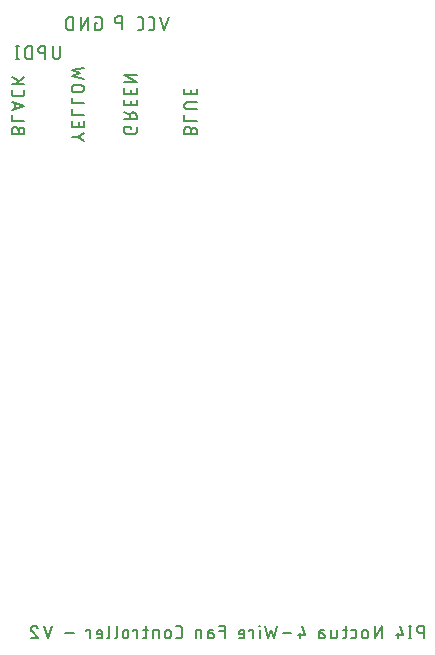
<source format=gbr>
G04 EAGLE Gerber RS-274X export*
G75*
%MOMM*%
%FSLAX34Y34*%
%LPD*%
%INSilkscreen Bottom*%
%IPPOS*%
%AMOC8*
5,1,8,0,0,1.08239X$1,22.5*%
G01*
%ADD10C,0.203200*%


D10*
X102172Y551434D02*
X102172Y543729D01*
X102171Y543729D02*
X102169Y543622D01*
X102163Y543515D01*
X102154Y543409D01*
X102140Y543303D01*
X102123Y543197D01*
X102102Y543092D01*
X102077Y542988D01*
X102048Y542885D01*
X102016Y542783D01*
X101980Y542682D01*
X101940Y542583D01*
X101897Y542485D01*
X101850Y542389D01*
X101800Y542294D01*
X101747Y542201D01*
X101690Y542111D01*
X101630Y542022D01*
X101567Y541936D01*
X101501Y541852D01*
X101431Y541770D01*
X101359Y541691D01*
X101284Y541615D01*
X101206Y541541D01*
X101126Y541471D01*
X101043Y541403D01*
X100958Y541338D01*
X100871Y541277D01*
X100781Y541218D01*
X100689Y541163D01*
X100596Y541111D01*
X100500Y541063D01*
X100403Y541018D01*
X100305Y540976D01*
X100205Y540939D01*
X100103Y540904D01*
X100001Y540874D01*
X99897Y540847D01*
X99793Y540824D01*
X99687Y540805D01*
X99581Y540790D01*
X99475Y540778D01*
X99368Y540770D01*
X99261Y540766D01*
X99155Y540766D01*
X99048Y540770D01*
X98941Y540778D01*
X98835Y540790D01*
X98729Y540805D01*
X98623Y540824D01*
X98519Y540847D01*
X98415Y540874D01*
X98313Y540904D01*
X98211Y540939D01*
X98111Y540976D01*
X98013Y541018D01*
X97916Y541063D01*
X97820Y541111D01*
X97726Y541163D01*
X97635Y541218D01*
X97545Y541277D01*
X97458Y541338D01*
X97373Y541403D01*
X97290Y541471D01*
X97210Y541541D01*
X97132Y541615D01*
X97057Y541691D01*
X96985Y541770D01*
X96915Y541852D01*
X96849Y541936D01*
X96786Y542022D01*
X96726Y542111D01*
X96669Y542201D01*
X96616Y542294D01*
X96566Y542389D01*
X96519Y542485D01*
X96476Y542583D01*
X96436Y542682D01*
X96400Y542783D01*
X96368Y542885D01*
X96339Y542988D01*
X96314Y543092D01*
X96293Y543197D01*
X96276Y543303D01*
X96262Y543409D01*
X96253Y543515D01*
X96247Y543622D01*
X96245Y543729D01*
X96245Y551434D01*
X89726Y551434D02*
X89726Y540766D01*
X89726Y551434D02*
X86762Y551434D01*
X86655Y551432D01*
X86548Y551426D01*
X86442Y551417D01*
X86336Y551403D01*
X86230Y551386D01*
X86125Y551365D01*
X86021Y551340D01*
X85918Y551311D01*
X85816Y551279D01*
X85715Y551243D01*
X85616Y551203D01*
X85518Y551160D01*
X85422Y551113D01*
X85327Y551063D01*
X85234Y551010D01*
X85144Y550953D01*
X85055Y550893D01*
X84969Y550830D01*
X84885Y550764D01*
X84803Y550694D01*
X84724Y550622D01*
X84648Y550547D01*
X84574Y550469D01*
X84504Y550389D01*
X84436Y550306D01*
X84371Y550221D01*
X84310Y550134D01*
X84251Y550044D01*
X84196Y549953D01*
X84144Y549859D01*
X84096Y549763D01*
X84051Y549666D01*
X84009Y549568D01*
X83972Y549468D01*
X83937Y549366D01*
X83907Y549264D01*
X83880Y549160D01*
X83857Y549056D01*
X83838Y548950D01*
X83823Y548844D01*
X83811Y548738D01*
X83803Y548631D01*
X83799Y548524D01*
X83799Y548418D01*
X83803Y548311D01*
X83811Y548204D01*
X83823Y548098D01*
X83838Y547992D01*
X83857Y547886D01*
X83880Y547782D01*
X83907Y547678D01*
X83937Y547576D01*
X83972Y547474D01*
X84009Y547374D01*
X84051Y547276D01*
X84096Y547179D01*
X84144Y547083D01*
X84196Y546990D01*
X84251Y546898D01*
X84310Y546808D01*
X84371Y546721D01*
X84436Y546636D01*
X84504Y546553D01*
X84574Y546473D01*
X84648Y546395D01*
X84724Y546320D01*
X84803Y546248D01*
X84885Y546178D01*
X84969Y546112D01*
X85055Y546049D01*
X85144Y545989D01*
X85234Y545932D01*
X85327Y545879D01*
X85422Y545829D01*
X85518Y545782D01*
X85616Y545739D01*
X85715Y545699D01*
X85816Y545663D01*
X85918Y545631D01*
X86021Y545602D01*
X86125Y545577D01*
X86230Y545556D01*
X86336Y545539D01*
X86442Y545525D01*
X86548Y545516D01*
X86655Y545510D01*
X86762Y545508D01*
X86762Y545507D02*
X89726Y545507D01*
X78550Y540766D02*
X78550Y551434D01*
X75586Y551434D01*
X75478Y551432D01*
X75370Y551426D01*
X75262Y551416D01*
X75155Y551402D01*
X75048Y551385D01*
X74942Y551363D01*
X74837Y551338D01*
X74732Y551308D01*
X74629Y551275D01*
X74528Y551238D01*
X74427Y551198D01*
X74328Y551154D01*
X74231Y551106D01*
X74136Y551055D01*
X74042Y551000D01*
X73951Y550942D01*
X73862Y550881D01*
X73775Y550816D01*
X73691Y550749D01*
X73609Y550678D01*
X73529Y550604D01*
X73453Y550528D01*
X73379Y550448D01*
X73309Y550366D01*
X73241Y550282D01*
X73176Y550195D01*
X73115Y550106D01*
X73057Y550015D01*
X73002Y549921D01*
X72951Y549826D01*
X72903Y549729D01*
X72859Y549630D01*
X72819Y549529D01*
X72782Y549428D01*
X72749Y549325D01*
X72719Y549220D01*
X72694Y549115D01*
X72672Y549009D01*
X72655Y548902D01*
X72641Y548795D01*
X72631Y548687D01*
X72625Y548579D01*
X72623Y548471D01*
X72623Y543729D01*
X72625Y543623D01*
X72631Y543518D01*
X72640Y543412D01*
X72653Y543307D01*
X72670Y543203D01*
X72691Y543099D01*
X72715Y542996D01*
X72743Y542894D01*
X72775Y542793D01*
X72810Y542694D01*
X72849Y542595D01*
X72891Y542498D01*
X72936Y542403D01*
X72985Y542309D01*
X73038Y542217D01*
X73093Y542127D01*
X73152Y542039D01*
X73214Y541953D01*
X73279Y541870D01*
X73347Y541789D01*
X73417Y541710D01*
X73491Y541634D01*
X73567Y541560D01*
X73646Y541490D01*
X73727Y541422D01*
X73810Y541357D01*
X73896Y541295D01*
X73984Y541236D01*
X74074Y541181D01*
X74166Y541128D01*
X74260Y541079D01*
X74355Y541034D01*
X74452Y540992D01*
X74551Y540953D01*
X74650Y540918D01*
X74751Y540886D01*
X74853Y540858D01*
X74956Y540834D01*
X75060Y540813D01*
X75164Y540796D01*
X75269Y540783D01*
X75375Y540774D01*
X75480Y540768D01*
X75586Y540766D01*
X78550Y540766D01*
X66061Y540766D02*
X66061Y551434D01*
X67247Y540766D02*
X64876Y540766D01*
X64876Y551434D02*
X67247Y551434D01*
X131964Y571299D02*
X133742Y571299D01*
X131964Y571299D02*
X131964Y565372D01*
X135520Y565372D01*
X135615Y565374D01*
X135711Y565380D01*
X135806Y565389D01*
X135900Y565403D01*
X135994Y565420D01*
X136087Y565441D01*
X136180Y565466D01*
X136271Y565494D01*
X136361Y565526D01*
X136449Y565562D01*
X136536Y565601D01*
X136622Y565644D01*
X136706Y565690D01*
X136787Y565739D01*
X136867Y565792D01*
X136944Y565848D01*
X137020Y565906D01*
X137092Y565968D01*
X137162Y566033D01*
X137230Y566101D01*
X137295Y566171D01*
X137357Y566243D01*
X137415Y566319D01*
X137471Y566396D01*
X137524Y566476D01*
X137573Y566558D01*
X137619Y566641D01*
X137662Y566727D01*
X137701Y566814D01*
X137737Y566902D01*
X137769Y566992D01*
X137797Y567083D01*
X137822Y567176D01*
X137843Y567269D01*
X137860Y567363D01*
X137874Y567457D01*
X137883Y567552D01*
X137889Y567648D01*
X137891Y567743D01*
X137890Y567743D02*
X137890Y573670D01*
X137891Y573670D02*
X137889Y573765D01*
X137883Y573861D01*
X137874Y573956D01*
X137860Y574050D01*
X137843Y574144D01*
X137822Y574237D01*
X137797Y574330D01*
X137769Y574421D01*
X137737Y574511D01*
X137701Y574599D01*
X137662Y574686D01*
X137619Y574772D01*
X137573Y574855D01*
X137524Y574937D01*
X137471Y575017D01*
X137415Y575094D01*
X137357Y575170D01*
X137295Y575242D01*
X137230Y575312D01*
X137162Y575380D01*
X137092Y575445D01*
X137020Y575507D01*
X136944Y575565D01*
X136867Y575621D01*
X136787Y575674D01*
X136706Y575723D01*
X136622Y575769D01*
X136536Y575812D01*
X136449Y575851D01*
X136361Y575887D01*
X136271Y575919D01*
X136180Y575947D01*
X136087Y575972D01*
X135994Y575993D01*
X135900Y576010D01*
X135806Y576024D01*
X135711Y576033D01*
X135616Y576039D01*
X135520Y576041D01*
X135520Y576040D02*
X131964Y576040D01*
X125698Y576040D02*
X125698Y565372D01*
X119772Y565372D02*
X125698Y576040D01*
X119772Y576040D02*
X119772Y565372D01*
X113506Y565372D02*
X113506Y576040D01*
X110543Y576040D01*
X110435Y576038D01*
X110327Y576032D01*
X110219Y576022D01*
X110112Y576008D01*
X110005Y575991D01*
X109899Y575969D01*
X109794Y575944D01*
X109689Y575914D01*
X109586Y575881D01*
X109485Y575844D01*
X109384Y575804D01*
X109285Y575760D01*
X109188Y575712D01*
X109093Y575661D01*
X108999Y575606D01*
X108908Y575548D01*
X108819Y575487D01*
X108732Y575422D01*
X108648Y575355D01*
X108566Y575284D01*
X108486Y575210D01*
X108410Y575134D01*
X108336Y575054D01*
X108266Y574972D01*
X108198Y574888D01*
X108133Y574801D01*
X108072Y574712D01*
X108014Y574621D01*
X107959Y574527D01*
X107908Y574432D01*
X107860Y574335D01*
X107816Y574236D01*
X107776Y574135D01*
X107739Y574034D01*
X107706Y573931D01*
X107676Y573826D01*
X107651Y573721D01*
X107629Y573615D01*
X107612Y573508D01*
X107598Y573401D01*
X107588Y573293D01*
X107582Y573185D01*
X107580Y573077D01*
X107580Y568336D01*
X107582Y568230D01*
X107588Y568125D01*
X107597Y568019D01*
X107610Y567914D01*
X107627Y567810D01*
X107648Y567706D01*
X107672Y567603D01*
X107700Y567501D01*
X107732Y567400D01*
X107767Y567301D01*
X107806Y567202D01*
X107848Y567105D01*
X107893Y567010D01*
X107942Y566916D01*
X107995Y566824D01*
X108050Y566734D01*
X108109Y566646D01*
X108171Y566560D01*
X108236Y566477D01*
X108304Y566396D01*
X108374Y566317D01*
X108448Y566241D01*
X108524Y566167D01*
X108603Y566097D01*
X108684Y566029D01*
X108767Y565964D01*
X108853Y565902D01*
X108941Y565843D01*
X109031Y565788D01*
X109123Y565735D01*
X109217Y565686D01*
X109312Y565641D01*
X109409Y565599D01*
X109508Y565560D01*
X109607Y565525D01*
X109708Y565493D01*
X109810Y565465D01*
X109913Y565441D01*
X110017Y565420D01*
X110121Y565403D01*
X110226Y565390D01*
X110332Y565381D01*
X110437Y565375D01*
X110543Y565373D01*
X110543Y565372D02*
X113506Y565372D01*
X154559Y566166D02*
X154559Y576834D01*
X151596Y576834D01*
X151489Y576832D01*
X151382Y576826D01*
X151276Y576817D01*
X151170Y576803D01*
X151064Y576786D01*
X150959Y576765D01*
X150855Y576740D01*
X150752Y576711D01*
X150650Y576679D01*
X150549Y576643D01*
X150450Y576603D01*
X150352Y576560D01*
X150256Y576513D01*
X150161Y576463D01*
X150068Y576410D01*
X149978Y576353D01*
X149889Y576293D01*
X149803Y576230D01*
X149719Y576164D01*
X149637Y576094D01*
X149558Y576022D01*
X149482Y575947D01*
X149408Y575869D01*
X149338Y575789D01*
X149270Y575706D01*
X149205Y575621D01*
X149144Y575534D01*
X149085Y575444D01*
X149030Y575353D01*
X148978Y575259D01*
X148930Y575163D01*
X148885Y575066D01*
X148843Y574968D01*
X148806Y574868D01*
X148771Y574766D01*
X148741Y574664D01*
X148714Y574560D01*
X148691Y574456D01*
X148672Y574350D01*
X148657Y574244D01*
X148645Y574138D01*
X148637Y574031D01*
X148633Y573924D01*
X148633Y573818D01*
X148637Y573711D01*
X148645Y573604D01*
X148657Y573498D01*
X148672Y573392D01*
X148691Y573286D01*
X148714Y573182D01*
X148741Y573078D01*
X148771Y572976D01*
X148806Y572874D01*
X148843Y572774D01*
X148885Y572676D01*
X148930Y572579D01*
X148978Y572483D01*
X149030Y572390D01*
X149085Y572298D01*
X149144Y572208D01*
X149205Y572121D01*
X149270Y572036D01*
X149338Y571953D01*
X149408Y571873D01*
X149482Y571795D01*
X149558Y571720D01*
X149637Y571648D01*
X149719Y571578D01*
X149803Y571512D01*
X149889Y571449D01*
X149978Y571389D01*
X150068Y571332D01*
X150161Y571279D01*
X150256Y571229D01*
X150352Y571182D01*
X150450Y571139D01*
X150549Y571099D01*
X150650Y571063D01*
X150752Y571031D01*
X150855Y571002D01*
X150959Y570977D01*
X151064Y570956D01*
X151170Y570939D01*
X151276Y570925D01*
X151382Y570916D01*
X151489Y570910D01*
X151596Y570908D01*
X151596Y570907D02*
X154559Y570907D01*
X190691Y565372D02*
X194247Y576040D01*
X187135Y576040D02*
X190691Y565372D01*
X179903Y565372D02*
X177532Y565372D01*
X179903Y565372D02*
X179998Y565374D01*
X180094Y565380D01*
X180189Y565389D01*
X180283Y565403D01*
X180377Y565420D01*
X180470Y565441D01*
X180563Y565466D01*
X180654Y565494D01*
X180744Y565526D01*
X180832Y565562D01*
X180919Y565601D01*
X181005Y565644D01*
X181089Y565690D01*
X181170Y565739D01*
X181250Y565792D01*
X181327Y565848D01*
X181403Y565906D01*
X181475Y565968D01*
X181545Y566033D01*
X181613Y566101D01*
X181678Y566171D01*
X181740Y566243D01*
X181798Y566319D01*
X181854Y566396D01*
X181907Y566476D01*
X181956Y566558D01*
X182002Y566641D01*
X182045Y566727D01*
X182084Y566814D01*
X182120Y566902D01*
X182152Y566992D01*
X182180Y567083D01*
X182205Y567176D01*
X182226Y567269D01*
X182243Y567363D01*
X182257Y567457D01*
X182266Y567552D01*
X182272Y567648D01*
X182274Y567743D01*
X182274Y573670D01*
X182272Y573765D01*
X182266Y573861D01*
X182257Y573956D01*
X182243Y574050D01*
X182226Y574144D01*
X182205Y574237D01*
X182180Y574330D01*
X182152Y574421D01*
X182120Y574511D01*
X182084Y574599D01*
X182045Y574686D01*
X182002Y574772D01*
X181956Y574855D01*
X181907Y574937D01*
X181854Y575017D01*
X181798Y575094D01*
X181740Y575170D01*
X181678Y575242D01*
X181613Y575312D01*
X181545Y575380D01*
X181475Y575445D01*
X181403Y575507D01*
X181327Y575565D01*
X181250Y575621D01*
X181170Y575674D01*
X181089Y575723D01*
X181005Y575769D01*
X180919Y575812D01*
X180832Y575851D01*
X180744Y575887D01*
X180654Y575919D01*
X180563Y575947D01*
X180470Y575972D01*
X180377Y575993D01*
X180283Y576010D01*
X180189Y576024D01*
X180094Y576033D01*
X179999Y576039D01*
X179903Y576041D01*
X179903Y576040D02*
X177532Y576040D01*
X170378Y565372D02*
X168007Y565372D01*
X170378Y565372D02*
X170473Y565374D01*
X170569Y565380D01*
X170664Y565389D01*
X170758Y565403D01*
X170852Y565420D01*
X170945Y565441D01*
X171038Y565466D01*
X171129Y565494D01*
X171219Y565526D01*
X171307Y565562D01*
X171394Y565601D01*
X171480Y565644D01*
X171564Y565690D01*
X171645Y565739D01*
X171725Y565792D01*
X171802Y565848D01*
X171878Y565906D01*
X171950Y565968D01*
X172020Y566033D01*
X172088Y566101D01*
X172153Y566171D01*
X172215Y566243D01*
X172273Y566319D01*
X172329Y566396D01*
X172382Y566476D01*
X172431Y566558D01*
X172477Y566641D01*
X172520Y566727D01*
X172559Y566814D01*
X172595Y566902D01*
X172627Y566992D01*
X172655Y567083D01*
X172680Y567176D01*
X172701Y567269D01*
X172718Y567363D01*
X172732Y567457D01*
X172741Y567552D01*
X172747Y567648D01*
X172749Y567743D01*
X172749Y573670D01*
X172747Y573765D01*
X172741Y573861D01*
X172732Y573956D01*
X172718Y574050D01*
X172701Y574144D01*
X172680Y574237D01*
X172655Y574330D01*
X172627Y574421D01*
X172595Y574511D01*
X172559Y574599D01*
X172520Y574686D01*
X172477Y574772D01*
X172431Y574855D01*
X172382Y574937D01*
X172329Y575017D01*
X172273Y575094D01*
X172215Y575170D01*
X172153Y575242D01*
X172088Y575312D01*
X172020Y575380D01*
X171950Y575445D01*
X171878Y575507D01*
X171802Y575565D01*
X171725Y575621D01*
X171645Y575674D01*
X171564Y575723D01*
X171480Y575769D01*
X171394Y575812D01*
X171307Y575851D01*
X171219Y575887D01*
X171129Y575919D01*
X171038Y575947D01*
X170945Y575972D01*
X170852Y575993D01*
X170758Y576010D01*
X170664Y576024D01*
X170569Y576033D01*
X170474Y576039D01*
X170378Y576041D01*
X170378Y576040D02*
X168007Y576040D01*
X410147Y60897D02*
X410147Y50229D01*
X410147Y60897D02*
X407183Y60897D01*
X407183Y60896D02*
X407076Y60894D01*
X406969Y60888D01*
X406863Y60879D01*
X406757Y60865D01*
X406651Y60848D01*
X406546Y60827D01*
X406442Y60802D01*
X406339Y60773D01*
X406237Y60741D01*
X406136Y60705D01*
X406037Y60665D01*
X405939Y60622D01*
X405843Y60575D01*
X405748Y60525D01*
X405655Y60472D01*
X405565Y60415D01*
X405476Y60355D01*
X405390Y60292D01*
X405306Y60226D01*
X405224Y60156D01*
X405145Y60084D01*
X405069Y60009D01*
X404995Y59931D01*
X404925Y59851D01*
X404857Y59768D01*
X404792Y59683D01*
X404731Y59596D01*
X404672Y59506D01*
X404617Y59415D01*
X404565Y59321D01*
X404517Y59225D01*
X404472Y59128D01*
X404430Y59030D01*
X404393Y58930D01*
X404358Y58828D01*
X404328Y58726D01*
X404301Y58622D01*
X404278Y58518D01*
X404259Y58412D01*
X404244Y58306D01*
X404232Y58200D01*
X404224Y58093D01*
X404220Y57986D01*
X404220Y57880D01*
X404224Y57773D01*
X404232Y57666D01*
X404244Y57560D01*
X404259Y57454D01*
X404278Y57348D01*
X404301Y57244D01*
X404328Y57140D01*
X404358Y57038D01*
X404393Y56936D01*
X404430Y56836D01*
X404472Y56738D01*
X404517Y56641D01*
X404565Y56545D01*
X404617Y56452D01*
X404672Y56360D01*
X404731Y56270D01*
X404792Y56183D01*
X404857Y56098D01*
X404925Y56015D01*
X404995Y55935D01*
X405069Y55857D01*
X405145Y55782D01*
X405224Y55710D01*
X405306Y55640D01*
X405390Y55574D01*
X405476Y55511D01*
X405565Y55451D01*
X405655Y55394D01*
X405748Y55341D01*
X405843Y55291D01*
X405939Y55244D01*
X406037Y55201D01*
X406136Y55161D01*
X406237Y55125D01*
X406339Y55093D01*
X406442Y55064D01*
X406546Y55039D01*
X406651Y55018D01*
X406757Y55001D01*
X406863Y54987D01*
X406969Y54978D01*
X407076Y54972D01*
X407183Y54970D01*
X410147Y54970D01*
X398674Y50229D02*
X398674Y60897D01*
X399860Y50229D02*
X397489Y50229D01*
X397489Y60897D02*
X399860Y60897D01*
X390123Y60897D02*
X392494Y52599D01*
X386567Y52599D01*
X388345Y50229D02*
X388345Y54970D01*
X374587Y50229D02*
X374587Y60897D01*
X368660Y50229D01*
X368660Y60897D01*
X362945Y54970D02*
X362945Y52599D01*
X362945Y54970D02*
X362943Y55067D01*
X362937Y55163D01*
X362927Y55259D01*
X362913Y55355D01*
X362896Y55450D01*
X362874Y55545D01*
X362849Y55638D01*
X362820Y55730D01*
X362787Y55821D01*
X362750Y55911D01*
X362710Y55999D01*
X362666Y56085D01*
X362619Y56169D01*
X362569Y56252D01*
X362515Y56332D01*
X362457Y56410D01*
X362397Y56486D01*
X362334Y56559D01*
X362268Y56629D01*
X362198Y56697D01*
X362127Y56762D01*
X362052Y56824D01*
X361975Y56882D01*
X361896Y56938D01*
X361815Y56990D01*
X361731Y57039D01*
X361646Y57085D01*
X361559Y57127D01*
X361470Y57165D01*
X361380Y57200D01*
X361288Y57231D01*
X361195Y57258D01*
X361102Y57282D01*
X361007Y57301D01*
X360911Y57317D01*
X360815Y57329D01*
X360719Y57337D01*
X360622Y57341D01*
X360526Y57341D01*
X360429Y57337D01*
X360333Y57329D01*
X360237Y57317D01*
X360141Y57301D01*
X360046Y57282D01*
X359953Y57258D01*
X359860Y57231D01*
X359768Y57200D01*
X359678Y57165D01*
X359589Y57127D01*
X359502Y57085D01*
X359417Y57039D01*
X359333Y56990D01*
X359252Y56938D01*
X359173Y56882D01*
X359096Y56824D01*
X359021Y56762D01*
X358950Y56697D01*
X358880Y56629D01*
X358814Y56559D01*
X358751Y56486D01*
X358691Y56410D01*
X358633Y56332D01*
X358579Y56252D01*
X358529Y56169D01*
X358482Y56085D01*
X358438Y55999D01*
X358398Y55911D01*
X358361Y55821D01*
X358328Y55730D01*
X358299Y55638D01*
X358274Y55545D01*
X358252Y55450D01*
X358235Y55355D01*
X358221Y55259D01*
X358211Y55163D01*
X358205Y55067D01*
X358203Y54970D01*
X358204Y54970D02*
X358204Y52599D01*
X358203Y52599D02*
X358205Y52502D01*
X358211Y52406D01*
X358221Y52310D01*
X358235Y52214D01*
X358252Y52119D01*
X358274Y52024D01*
X358299Y51931D01*
X358328Y51839D01*
X358361Y51748D01*
X358398Y51658D01*
X358438Y51570D01*
X358482Y51484D01*
X358529Y51400D01*
X358579Y51317D01*
X358633Y51237D01*
X358691Y51159D01*
X358751Y51083D01*
X358814Y51010D01*
X358880Y50940D01*
X358950Y50872D01*
X359021Y50807D01*
X359096Y50745D01*
X359173Y50687D01*
X359252Y50631D01*
X359333Y50579D01*
X359417Y50530D01*
X359502Y50484D01*
X359589Y50442D01*
X359678Y50404D01*
X359768Y50369D01*
X359860Y50338D01*
X359953Y50311D01*
X360046Y50287D01*
X360141Y50268D01*
X360237Y50252D01*
X360333Y50240D01*
X360429Y50232D01*
X360526Y50228D01*
X360622Y50228D01*
X360719Y50232D01*
X360815Y50240D01*
X360911Y50252D01*
X361007Y50268D01*
X361102Y50287D01*
X361195Y50311D01*
X361288Y50338D01*
X361380Y50369D01*
X361470Y50404D01*
X361559Y50442D01*
X361646Y50484D01*
X361731Y50530D01*
X361815Y50579D01*
X361896Y50631D01*
X361975Y50687D01*
X362052Y50745D01*
X362127Y50807D01*
X362198Y50872D01*
X362268Y50940D01*
X362334Y51010D01*
X362397Y51083D01*
X362457Y51159D01*
X362515Y51237D01*
X362569Y51317D01*
X362619Y51400D01*
X362666Y51484D01*
X362710Y51570D01*
X362750Y51658D01*
X362787Y51748D01*
X362820Y51839D01*
X362849Y51931D01*
X362874Y52024D01*
X362896Y52119D01*
X362913Y52214D01*
X362927Y52310D01*
X362937Y52406D01*
X362943Y52502D01*
X362945Y52599D01*
X351241Y50229D02*
X348870Y50229D01*
X351241Y50229D02*
X351323Y50231D01*
X351405Y50237D01*
X351487Y50246D01*
X351568Y50259D01*
X351648Y50276D01*
X351728Y50297D01*
X351806Y50321D01*
X351883Y50349D01*
X351959Y50380D01*
X352034Y50415D01*
X352106Y50454D01*
X352177Y50495D01*
X352246Y50540D01*
X352312Y50588D01*
X352377Y50639D01*
X352439Y50693D01*
X352498Y50750D01*
X352555Y50809D01*
X352609Y50871D01*
X352660Y50936D01*
X352708Y51002D01*
X352753Y51071D01*
X352794Y51142D01*
X352833Y51214D01*
X352868Y51289D01*
X352899Y51365D01*
X352927Y51442D01*
X352951Y51520D01*
X352972Y51600D01*
X352989Y51680D01*
X353002Y51761D01*
X353011Y51843D01*
X353017Y51925D01*
X353019Y52007D01*
X353019Y55563D01*
X353017Y55645D01*
X353011Y55727D01*
X353002Y55809D01*
X352989Y55890D01*
X352972Y55970D01*
X352951Y56050D01*
X352927Y56128D01*
X352899Y56205D01*
X352868Y56281D01*
X352833Y56356D01*
X352794Y56428D01*
X352753Y56499D01*
X352708Y56568D01*
X352660Y56634D01*
X352609Y56699D01*
X352555Y56761D01*
X352498Y56820D01*
X352439Y56877D01*
X352377Y56931D01*
X352312Y56982D01*
X352246Y57030D01*
X352177Y57075D01*
X352106Y57116D01*
X352034Y57155D01*
X351959Y57190D01*
X351883Y57221D01*
X351806Y57249D01*
X351728Y57273D01*
X351648Y57294D01*
X351568Y57311D01*
X351487Y57324D01*
X351405Y57333D01*
X351323Y57339D01*
X351241Y57341D01*
X348870Y57341D01*
X345346Y57341D02*
X341790Y57341D01*
X344161Y60897D02*
X344161Y52007D01*
X344159Y51925D01*
X344153Y51843D01*
X344144Y51761D01*
X344131Y51680D01*
X344114Y51600D01*
X344093Y51520D01*
X344069Y51442D01*
X344041Y51365D01*
X344010Y51289D01*
X343975Y51214D01*
X343936Y51142D01*
X343895Y51071D01*
X343850Y51002D01*
X343802Y50936D01*
X343751Y50871D01*
X343697Y50809D01*
X343640Y50750D01*
X343581Y50693D01*
X343519Y50639D01*
X343454Y50588D01*
X343388Y50540D01*
X343319Y50495D01*
X343248Y50454D01*
X343176Y50415D01*
X343101Y50380D01*
X343025Y50349D01*
X342948Y50321D01*
X342870Y50297D01*
X342790Y50276D01*
X342710Y50259D01*
X342629Y50246D01*
X342547Y50237D01*
X342465Y50231D01*
X342383Y50229D01*
X341790Y50229D01*
X336656Y52007D02*
X336656Y57341D01*
X336656Y52007D02*
X336654Y51925D01*
X336648Y51843D01*
X336639Y51761D01*
X336626Y51680D01*
X336609Y51600D01*
X336588Y51520D01*
X336564Y51442D01*
X336536Y51365D01*
X336505Y51289D01*
X336470Y51214D01*
X336431Y51142D01*
X336390Y51071D01*
X336345Y51002D01*
X336297Y50936D01*
X336246Y50871D01*
X336192Y50809D01*
X336135Y50750D01*
X336076Y50693D01*
X336014Y50639D01*
X335949Y50588D01*
X335883Y50540D01*
X335814Y50495D01*
X335743Y50454D01*
X335671Y50415D01*
X335596Y50380D01*
X335520Y50349D01*
X335443Y50321D01*
X335365Y50297D01*
X335285Y50276D01*
X335205Y50259D01*
X335124Y50246D01*
X335042Y50237D01*
X334960Y50231D01*
X334878Y50229D01*
X331915Y50229D01*
X331915Y57341D01*
X324383Y54377D02*
X321716Y54377D01*
X324383Y54377D02*
X324472Y54375D01*
X324561Y54369D01*
X324650Y54360D01*
X324738Y54346D01*
X324826Y54329D01*
X324913Y54308D01*
X324998Y54284D01*
X325083Y54255D01*
X325166Y54223D01*
X325248Y54188D01*
X325329Y54149D01*
X325407Y54107D01*
X325484Y54061D01*
X325558Y54012D01*
X325631Y53960D01*
X325701Y53904D01*
X325769Y53846D01*
X325834Y53785D01*
X325896Y53721D01*
X325956Y53655D01*
X326012Y53586D01*
X326066Y53515D01*
X326117Y53441D01*
X326164Y53366D01*
X326208Y53288D01*
X326249Y53209D01*
X326286Y53128D01*
X326320Y53045D01*
X326350Y52961D01*
X326376Y52876D01*
X326399Y52789D01*
X326418Y52702D01*
X326434Y52614D01*
X326445Y52526D01*
X326453Y52437D01*
X326457Y52348D01*
X326457Y52258D01*
X326453Y52169D01*
X326445Y52080D01*
X326434Y51992D01*
X326418Y51904D01*
X326399Y51817D01*
X326376Y51730D01*
X326350Y51645D01*
X326320Y51561D01*
X326286Y51478D01*
X326249Y51397D01*
X326208Y51318D01*
X326164Y51240D01*
X326117Y51165D01*
X326066Y51091D01*
X326012Y51020D01*
X325956Y50951D01*
X325896Y50885D01*
X325834Y50821D01*
X325769Y50760D01*
X325701Y50702D01*
X325631Y50646D01*
X325558Y50594D01*
X325484Y50545D01*
X325407Y50499D01*
X325329Y50457D01*
X325248Y50418D01*
X325166Y50383D01*
X325083Y50351D01*
X324998Y50322D01*
X324913Y50298D01*
X324826Y50277D01*
X324738Y50260D01*
X324650Y50246D01*
X324561Y50237D01*
X324472Y50231D01*
X324383Y50229D01*
X321716Y50229D01*
X321716Y55563D01*
X321718Y55645D01*
X321724Y55727D01*
X321733Y55809D01*
X321746Y55890D01*
X321763Y55970D01*
X321784Y56050D01*
X321808Y56128D01*
X321836Y56205D01*
X321867Y56281D01*
X321902Y56356D01*
X321941Y56428D01*
X321982Y56499D01*
X322027Y56568D01*
X322075Y56634D01*
X322126Y56699D01*
X322180Y56761D01*
X322237Y56820D01*
X322296Y56877D01*
X322358Y56931D01*
X322423Y56982D01*
X322489Y57030D01*
X322558Y57075D01*
X322629Y57116D01*
X322701Y57155D01*
X322776Y57190D01*
X322852Y57221D01*
X322929Y57249D01*
X323007Y57273D01*
X323087Y57294D01*
X323167Y57311D01*
X323248Y57324D01*
X323330Y57333D01*
X323412Y57339D01*
X323494Y57341D01*
X325865Y57341D01*
X309817Y52599D02*
X307446Y60897D01*
X309817Y52599D02*
X303890Y52599D01*
X305668Y50229D02*
X305668Y54970D01*
X298217Y54377D02*
X291105Y54377D01*
X285687Y60897D02*
X283316Y50229D01*
X280945Y57341D01*
X278575Y50229D01*
X276204Y60897D01*
X271420Y57341D02*
X271420Y50229D01*
X271717Y60304D02*
X271717Y60897D01*
X271124Y60897D01*
X271124Y60304D01*
X271717Y60304D01*
X266072Y57341D02*
X266072Y50229D01*
X266072Y57341D02*
X262516Y57341D01*
X262516Y56155D01*
X256773Y50229D02*
X253810Y50229D01*
X256773Y50229D02*
X256855Y50231D01*
X256937Y50237D01*
X257019Y50246D01*
X257100Y50259D01*
X257180Y50276D01*
X257260Y50297D01*
X257338Y50321D01*
X257415Y50349D01*
X257491Y50380D01*
X257566Y50415D01*
X257638Y50454D01*
X257709Y50495D01*
X257778Y50540D01*
X257844Y50588D01*
X257909Y50639D01*
X257971Y50693D01*
X258030Y50750D01*
X258087Y50809D01*
X258141Y50871D01*
X258192Y50936D01*
X258240Y51002D01*
X258285Y51071D01*
X258326Y51142D01*
X258365Y51214D01*
X258400Y51289D01*
X258431Y51365D01*
X258459Y51442D01*
X258483Y51520D01*
X258504Y51600D01*
X258521Y51680D01*
X258534Y51761D01*
X258543Y51843D01*
X258549Y51925D01*
X258551Y52007D01*
X258551Y54970D01*
X258552Y54970D02*
X258550Y55067D01*
X258544Y55163D01*
X258534Y55259D01*
X258520Y55355D01*
X258503Y55450D01*
X258481Y55545D01*
X258456Y55638D01*
X258427Y55730D01*
X258394Y55821D01*
X258357Y55911D01*
X258317Y55999D01*
X258273Y56085D01*
X258226Y56169D01*
X258176Y56252D01*
X258122Y56332D01*
X258064Y56410D01*
X258004Y56486D01*
X257941Y56559D01*
X257875Y56629D01*
X257805Y56697D01*
X257734Y56762D01*
X257659Y56824D01*
X257582Y56882D01*
X257503Y56938D01*
X257422Y56990D01*
X257338Y57039D01*
X257253Y57085D01*
X257166Y57127D01*
X257077Y57165D01*
X256987Y57200D01*
X256895Y57231D01*
X256802Y57258D01*
X256709Y57282D01*
X256614Y57301D01*
X256518Y57317D01*
X256422Y57329D01*
X256326Y57337D01*
X256229Y57341D01*
X256133Y57341D01*
X256036Y57337D01*
X255940Y57329D01*
X255844Y57317D01*
X255748Y57301D01*
X255653Y57282D01*
X255560Y57258D01*
X255467Y57231D01*
X255375Y57200D01*
X255285Y57165D01*
X255196Y57127D01*
X255109Y57085D01*
X255024Y57039D01*
X254940Y56990D01*
X254859Y56938D01*
X254780Y56882D01*
X254703Y56824D01*
X254628Y56762D01*
X254557Y56697D01*
X254487Y56629D01*
X254421Y56559D01*
X254358Y56486D01*
X254298Y56410D01*
X254240Y56332D01*
X254186Y56252D01*
X254136Y56169D01*
X254089Y56085D01*
X254045Y55999D01*
X254005Y55911D01*
X253968Y55821D01*
X253935Y55730D01*
X253906Y55638D01*
X253881Y55545D01*
X253859Y55450D01*
X253842Y55355D01*
X253828Y55259D01*
X253818Y55163D01*
X253812Y55067D01*
X253810Y54970D01*
X253810Y53785D01*
X258551Y53785D01*
X241965Y50229D02*
X241965Y60897D01*
X237224Y60897D01*
X237224Y56155D02*
X241965Y56155D01*
X230657Y54377D02*
X227990Y54377D01*
X230657Y54377D02*
X230746Y54375D01*
X230835Y54369D01*
X230924Y54360D01*
X231012Y54346D01*
X231100Y54329D01*
X231187Y54308D01*
X231272Y54284D01*
X231357Y54255D01*
X231440Y54223D01*
X231522Y54188D01*
X231603Y54149D01*
X231681Y54107D01*
X231758Y54061D01*
X231832Y54012D01*
X231905Y53960D01*
X231975Y53904D01*
X232043Y53846D01*
X232108Y53785D01*
X232170Y53721D01*
X232230Y53655D01*
X232286Y53586D01*
X232340Y53515D01*
X232391Y53441D01*
X232438Y53366D01*
X232482Y53288D01*
X232523Y53209D01*
X232560Y53128D01*
X232594Y53045D01*
X232624Y52961D01*
X232650Y52876D01*
X232673Y52789D01*
X232692Y52702D01*
X232708Y52614D01*
X232719Y52526D01*
X232727Y52437D01*
X232731Y52348D01*
X232731Y52258D01*
X232727Y52169D01*
X232719Y52080D01*
X232708Y51992D01*
X232692Y51904D01*
X232673Y51817D01*
X232650Y51730D01*
X232624Y51645D01*
X232594Y51561D01*
X232560Y51478D01*
X232523Y51397D01*
X232482Y51318D01*
X232438Y51240D01*
X232391Y51165D01*
X232340Y51091D01*
X232286Y51020D01*
X232230Y50951D01*
X232170Y50885D01*
X232108Y50821D01*
X232043Y50760D01*
X231975Y50702D01*
X231905Y50646D01*
X231832Y50594D01*
X231758Y50545D01*
X231681Y50499D01*
X231603Y50457D01*
X231522Y50418D01*
X231440Y50383D01*
X231357Y50351D01*
X231272Y50322D01*
X231187Y50298D01*
X231100Y50277D01*
X231012Y50260D01*
X230924Y50246D01*
X230835Y50237D01*
X230746Y50231D01*
X230657Y50229D01*
X227990Y50229D01*
X227990Y55563D01*
X227992Y55645D01*
X227998Y55727D01*
X228007Y55809D01*
X228020Y55890D01*
X228037Y55970D01*
X228058Y56050D01*
X228082Y56128D01*
X228110Y56205D01*
X228141Y56281D01*
X228176Y56356D01*
X228215Y56428D01*
X228256Y56499D01*
X228301Y56568D01*
X228349Y56634D01*
X228400Y56699D01*
X228454Y56761D01*
X228511Y56820D01*
X228570Y56877D01*
X228632Y56931D01*
X228697Y56982D01*
X228763Y57030D01*
X228832Y57075D01*
X228903Y57116D01*
X228975Y57155D01*
X229050Y57190D01*
X229126Y57221D01*
X229203Y57249D01*
X229281Y57273D01*
X229361Y57294D01*
X229441Y57311D01*
X229522Y57324D01*
X229604Y57333D01*
X229686Y57339D01*
X229768Y57341D01*
X232139Y57341D01*
X221975Y57341D02*
X221975Y50229D01*
X221975Y57341D02*
X219012Y57341D01*
X218930Y57339D01*
X218848Y57333D01*
X218766Y57324D01*
X218685Y57311D01*
X218605Y57294D01*
X218525Y57273D01*
X218447Y57249D01*
X218370Y57221D01*
X218294Y57190D01*
X218219Y57155D01*
X218147Y57116D01*
X218076Y57075D01*
X218007Y57030D01*
X217941Y56982D01*
X217876Y56931D01*
X217814Y56877D01*
X217755Y56820D01*
X217698Y56761D01*
X217644Y56699D01*
X217593Y56634D01*
X217545Y56568D01*
X217500Y56499D01*
X217459Y56428D01*
X217420Y56356D01*
X217385Y56281D01*
X217354Y56205D01*
X217326Y56128D01*
X217302Y56050D01*
X217281Y55970D01*
X217264Y55890D01*
X217251Y55809D01*
X217242Y55727D01*
X217236Y55645D01*
X217234Y55563D01*
X217234Y50229D01*
X203102Y50229D02*
X200731Y50229D01*
X203102Y50228D02*
X203197Y50230D01*
X203293Y50236D01*
X203388Y50245D01*
X203482Y50259D01*
X203576Y50276D01*
X203669Y50297D01*
X203762Y50322D01*
X203853Y50350D01*
X203943Y50382D01*
X204031Y50418D01*
X204118Y50457D01*
X204204Y50500D01*
X204288Y50546D01*
X204369Y50595D01*
X204449Y50648D01*
X204526Y50704D01*
X204602Y50762D01*
X204674Y50824D01*
X204744Y50889D01*
X204812Y50957D01*
X204877Y51027D01*
X204939Y51099D01*
X204997Y51175D01*
X205053Y51252D01*
X205106Y51332D01*
X205155Y51414D01*
X205201Y51497D01*
X205244Y51583D01*
X205283Y51670D01*
X205319Y51758D01*
X205351Y51848D01*
X205379Y51939D01*
X205404Y52032D01*
X205425Y52125D01*
X205442Y52219D01*
X205456Y52313D01*
X205465Y52408D01*
X205471Y52504D01*
X205473Y52599D01*
X205473Y58526D01*
X205471Y58621D01*
X205465Y58717D01*
X205456Y58812D01*
X205442Y58906D01*
X205425Y59000D01*
X205404Y59093D01*
X205379Y59186D01*
X205351Y59277D01*
X205319Y59367D01*
X205283Y59455D01*
X205244Y59542D01*
X205201Y59628D01*
X205155Y59711D01*
X205106Y59793D01*
X205053Y59873D01*
X204997Y59950D01*
X204939Y60026D01*
X204877Y60098D01*
X204812Y60168D01*
X204744Y60236D01*
X204674Y60301D01*
X204602Y60363D01*
X204526Y60421D01*
X204449Y60477D01*
X204369Y60530D01*
X204288Y60579D01*
X204204Y60625D01*
X204118Y60668D01*
X204031Y60707D01*
X203943Y60743D01*
X203853Y60775D01*
X203762Y60803D01*
X203669Y60828D01*
X203576Y60849D01*
X203482Y60866D01*
X203388Y60880D01*
X203293Y60889D01*
X203198Y60895D01*
X203102Y60897D01*
X200731Y60897D01*
X196067Y54970D02*
X196067Y52599D01*
X196068Y54970D02*
X196066Y55067D01*
X196060Y55163D01*
X196050Y55259D01*
X196036Y55355D01*
X196019Y55450D01*
X195997Y55545D01*
X195972Y55638D01*
X195943Y55730D01*
X195910Y55821D01*
X195873Y55911D01*
X195833Y55999D01*
X195789Y56085D01*
X195742Y56169D01*
X195692Y56252D01*
X195638Y56332D01*
X195580Y56410D01*
X195520Y56486D01*
X195457Y56559D01*
X195391Y56629D01*
X195321Y56697D01*
X195250Y56762D01*
X195175Y56824D01*
X195098Y56882D01*
X195019Y56938D01*
X194938Y56990D01*
X194854Y57039D01*
X194769Y57085D01*
X194682Y57127D01*
X194593Y57165D01*
X194503Y57200D01*
X194411Y57231D01*
X194318Y57258D01*
X194225Y57282D01*
X194130Y57301D01*
X194034Y57317D01*
X193938Y57329D01*
X193842Y57337D01*
X193745Y57341D01*
X193649Y57341D01*
X193552Y57337D01*
X193456Y57329D01*
X193360Y57317D01*
X193264Y57301D01*
X193169Y57282D01*
X193076Y57258D01*
X192983Y57231D01*
X192891Y57200D01*
X192801Y57165D01*
X192712Y57127D01*
X192625Y57085D01*
X192540Y57039D01*
X192456Y56990D01*
X192375Y56938D01*
X192296Y56882D01*
X192219Y56824D01*
X192144Y56762D01*
X192073Y56697D01*
X192003Y56629D01*
X191937Y56559D01*
X191874Y56486D01*
X191814Y56410D01*
X191756Y56332D01*
X191702Y56252D01*
X191652Y56169D01*
X191605Y56085D01*
X191561Y55999D01*
X191521Y55911D01*
X191484Y55821D01*
X191451Y55730D01*
X191422Y55638D01*
X191397Y55545D01*
X191375Y55450D01*
X191358Y55355D01*
X191344Y55259D01*
X191334Y55163D01*
X191328Y55067D01*
X191326Y54970D01*
X191326Y52599D01*
X191328Y52502D01*
X191334Y52406D01*
X191344Y52310D01*
X191358Y52214D01*
X191375Y52119D01*
X191397Y52024D01*
X191422Y51931D01*
X191451Y51839D01*
X191484Y51748D01*
X191521Y51658D01*
X191561Y51570D01*
X191605Y51484D01*
X191652Y51400D01*
X191702Y51317D01*
X191756Y51237D01*
X191814Y51159D01*
X191874Y51083D01*
X191937Y51010D01*
X192003Y50940D01*
X192073Y50872D01*
X192144Y50807D01*
X192219Y50745D01*
X192296Y50687D01*
X192375Y50631D01*
X192456Y50579D01*
X192540Y50530D01*
X192625Y50484D01*
X192712Y50442D01*
X192801Y50404D01*
X192891Y50369D01*
X192983Y50338D01*
X193076Y50311D01*
X193169Y50287D01*
X193264Y50268D01*
X193360Y50252D01*
X193456Y50240D01*
X193552Y50232D01*
X193649Y50228D01*
X193745Y50228D01*
X193842Y50232D01*
X193938Y50240D01*
X194034Y50252D01*
X194130Y50268D01*
X194225Y50287D01*
X194318Y50311D01*
X194411Y50338D01*
X194503Y50369D01*
X194593Y50404D01*
X194682Y50442D01*
X194769Y50484D01*
X194854Y50530D01*
X194938Y50579D01*
X195019Y50631D01*
X195098Y50687D01*
X195175Y50745D01*
X195250Y50807D01*
X195321Y50872D01*
X195391Y50940D01*
X195457Y51010D01*
X195520Y51083D01*
X195580Y51159D01*
X195638Y51237D01*
X195692Y51317D01*
X195742Y51400D01*
X195789Y51484D01*
X195833Y51570D01*
X195873Y51658D01*
X195910Y51748D01*
X195943Y51839D01*
X195972Y51931D01*
X195997Y52024D01*
X196019Y52119D01*
X196036Y52214D01*
X196050Y52310D01*
X196060Y52406D01*
X196066Y52502D01*
X196068Y52599D01*
X185780Y50229D02*
X185780Y57341D01*
X182817Y57341D01*
X182735Y57339D01*
X182653Y57333D01*
X182571Y57324D01*
X182490Y57311D01*
X182410Y57294D01*
X182330Y57273D01*
X182252Y57249D01*
X182175Y57221D01*
X182099Y57190D01*
X182024Y57155D01*
X181952Y57116D01*
X181881Y57075D01*
X181812Y57030D01*
X181746Y56982D01*
X181681Y56931D01*
X181619Y56877D01*
X181560Y56820D01*
X181503Y56761D01*
X181449Y56699D01*
X181398Y56634D01*
X181350Y56568D01*
X181305Y56499D01*
X181264Y56428D01*
X181225Y56356D01*
X181190Y56281D01*
X181159Y56205D01*
X181131Y56128D01*
X181107Y56050D01*
X181086Y55970D01*
X181069Y55890D01*
X181056Y55809D01*
X181047Y55727D01*
X181041Y55645D01*
X181039Y55563D01*
X181039Y50229D01*
X176563Y57341D02*
X173007Y57341D01*
X175378Y60897D02*
X175378Y52007D01*
X175376Y51925D01*
X175370Y51843D01*
X175361Y51761D01*
X175348Y51680D01*
X175331Y51600D01*
X175310Y51520D01*
X175286Y51442D01*
X175258Y51365D01*
X175227Y51289D01*
X175192Y51214D01*
X175153Y51142D01*
X175112Y51071D01*
X175067Y51002D01*
X175019Y50936D01*
X174968Y50871D01*
X174914Y50809D01*
X174857Y50750D01*
X174798Y50693D01*
X174736Y50639D01*
X174671Y50588D01*
X174605Y50540D01*
X174536Y50495D01*
X174465Y50454D01*
X174393Y50415D01*
X174318Y50380D01*
X174242Y50349D01*
X174165Y50321D01*
X174087Y50297D01*
X174007Y50276D01*
X173927Y50259D01*
X173846Y50246D01*
X173764Y50237D01*
X173682Y50231D01*
X173600Y50229D01*
X173007Y50229D01*
X167774Y50229D02*
X167774Y57341D01*
X164218Y57341D01*
X164218Y56155D01*
X160253Y54970D02*
X160253Y52599D01*
X160254Y54970D02*
X160252Y55067D01*
X160246Y55163D01*
X160236Y55259D01*
X160222Y55355D01*
X160205Y55450D01*
X160183Y55545D01*
X160158Y55638D01*
X160129Y55730D01*
X160096Y55821D01*
X160059Y55911D01*
X160019Y55999D01*
X159975Y56085D01*
X159928Y56169D01*
X159878Y56252D01*
X159824Y56332D01*
X159766Y56410D01*
X159706Y56486D01*
X159643Y56559D01*
X159577Y56629D01*
X159507Y56697D01*
X159436Y56762D01*
X159361Y56824D01*
X159284Y56882D01*
X159205Y56938D01*
X159124Y56990D01*
X159040Y57039D01*
X158955Y57085D01*
X158868Y57127D01*
X158779Y57165D01*
X158689Y57200D01*
X158597Y57231D01*
X158504Y57258D01*
X158411Y57282D01*
X158316Y57301D01*
X158220Y57317D01*
X158124Y57329D01*
X158028Y57337D01*
X157931Y57341D01*
X157835Y57341D01*
X157738Y57337D01*
X157642Y57329D01*
X157546Y57317D01*
X157450Y57301D01*
X157355Y57282D01*
X157262Y57258D01*
X157169Y57231D01*
X157077Y57200D01*
X156987Y57165D01*
X156898Y57127D01*
X156811Y57085D01*
X156726Y57039D01*
X156642Y56990D01*
X156561Y56938D01*
X156482Y56882D01*
X156405Y56824D01*
X156330Y56762D01*
X156259Y56697D01*
X156189Y56629D01*
X156123Y56559D01*
X156060Y56486D01*
X156000Y56410D01*
X155942Y56332D01*
X155888Y56252D01*
X155838Y56169D01*
X155791Y56085D01*
X155747Y55999D01*
X155707Y55911D01*
X155670Y55821D01*
X155637Y55730D01*
X155608Y55638D01*
X155583Y55545D01*
X155561Y55450D01*
X155544Y55355D01*
X155530Y55259D01*
X155520Y55163D01*
X155514Y55067D01*
X155512Y54970D01*
X155512Y52599D01*
X155514Y52502D01*
X155520Y52406D01*
X155530Y52310D01*
X155544Y52214D01*
X155561Y52119D01*
X155583Y52024D01*
X155608Y51931D01*
X155637Y51839D01*
X155670Y51748D01*
X155707Y51658D01*
X155747Y51570D01*
X155791Y51484D01*
X155838Y51400D01*
X155888Y51317D01*
X155942Y51237D01*
X156000Y51159D01*
X156060Y51083D01*
X156123Y51010D01*
X156189Y50940D01*
X156259Y50872D01*
X156330Y50807D01*
X156405Y50745D01*
X156482Y50687D01*
X156561Y50631D01*
X156642Y50579D01*
X156726Y50530D01*
X156811Y50484D01*
X156898Y50442D01*
X156987Y50404D01*
X157077Y50369D01*
X157169Y50338D01*
X157262Y50311D01*
X157355Y50287D01*
X157450Y50268D01*
X157546Y50252D01*
X157642Y50240D01*
X157738Y50232D01*
X157835Y50228D01*
X157931Y50228D01*
X158028Y50232D01*
X158124Y50240D01*
X158220Y50252D01*
X158316Y50268D01*
X158411Y50287D01*
X158504Y50311D01*
X158597Y50338D01*
X158689Y50369D01*
X158779Y50404D01*
X158868Y50442D01*
X158955Y50484D01*
X159040Y50530D01*
X159124Y50579D01*
X159205Y50631D01*
X159284Y50687D01*
X159361Y50745D01*
X159436Y50807D01*
X159507Y50872D01*
X159577Y50940D01*
X159643Y51010D01*
X159706Y51083D01*
X159766Y51159D01*
X159824Y51237D01*
X159878Y51317D01*
X159928Y51400D01*
X159975Y51484D01*
X160019Y51570D01*
X160059Y51658D01*
X160096Y51748D01*
X160129Y51839D01*
X160158Y51931D01*
X160183Y52024D01*
X160205Y52119D01*
X160222Y52214D01*
X160236Y52310D01*
X160246Y52406D01*
X160252Y52502D01*
X160254Y52599D01*
X150313Y52007D02*
X150313Y60897D01*
X150313Y52007D02*
X150311Y51925D01*
X150305Y51843D01*
X150296Y51761D01*
X150283Y51680D01*
X150266Y51600D01*
X150245Y51520D01*
X150221Y51442D01*
X150193Y51365D01*
X150162Y51289D01*
X150127Y51214D01*
X150088Y51142D01*
X150047Y51071D01*
X150002Y51002D01*
X149954Y50936D01*
X149903Y50871D01*
X149849Y50809D01*
X149792Y50750D01*
X149733Y50693D01*
X149671Y50639D01*
X149606Y50588D01*
X149540Y50540D01*
X149471Y50495D01*
X149400Y50454D01*
X149328Y50415D01*
X149253Y50380D01*
X149177Y50349D01*
X149100Y50321D01*
X149022Y50297D01*
X148942Y50276D01*
X148862Y50259D01*
X148781Y50246D01*
X148699Y50237D01*
X148617Y50231D01*
X148535Y50229D01*
X144217Y52007D02*
X144217Y60897D01*
X144217Y52007D02*
X144215Y51925D01*
X144209Y51843D01*
X144200Y51761D01*
X144187Y51680D01*
X144170Y51600D01*
X144149Y51520D01*
X144125Y51442D01*
X144097Y51365D01*
X144066Y51289D01*
X144031Y51214D01*
X143992Y51142D01*
X143951Y51071D01*
X143906Y51002D01*
X143858Y50936D01*
X143807Y50871D01*
X143753Y50809D01*
X143696Y50750D01*
X143637Y50693D01*
X143575Y50639D01*
X143510Y50588D01*
X143444Y50540D01*
X143375Y50495D01*
X143304Y50454D01*
X143232Y50415D01*
X143157Y50380D01*
X143081Y50349D01*
X143004Y50321D01*
X142926Y50297D01*
X142846Y50276D01*
X142766Y50259D01*
X142685Y50246D01*
X142603Y50237D01*
X142521Y50231D01*
X142439Y50229D01*
X136377Y50229D02*
X133414Y50229D01*
X136377Y50229D02*
X136459Y50231D01*
X136541Y50237D01*
X136623Y50246D01*
X136704Y50259D01*
X136784Y50276D01*
X136864Y50297D01*
X136942Y50321D01*
X137019Y50349D01*
X137095Y50380D01*
X137170Y50415D01*
X137242Y50454D01*
X137313Y50495D01*
X137382Y50540D01*
X137448Y50588D01*
X137513Y50639D01*
X137575Y50693D01*
X137634Y50750D01*
X137691Y50809D01*
X137745Y50871D01*
X137796Y50936D01*
X137844Y51002D01*
X137889Y51071D01*
X137930Y51142D01*
X137969Y51214D01*
X138004Y51289D01*
X138035Y51365D01*
X138063Y51442D01*
X138087Y51520D01*
X138108Y51600D01*
X138125Y51680D01*
X138138Y51761D01*
X138147Y51843D01*
X138153Y51925D01*
X138155Y52007D01*
X138155Y54970D01*
X138156Y54970D02*
X138154Y55067D01*
X138148Y55163D01*
X138138Y55259D01*
X138124Y55355D01*
X138107Y55450D01*
X138085Y55545D01*
X138060Y55638D01*
X138031Y55730D01*
X137998Y55821D01*
X137961Y55911D01*
X137921Y55999D01*
X137877Y56085D01*
X137830Y56169D01*
X137780Y56252D01*
X137726Y56332D01*
X137668Y56410D01*
X137608Y56486D01*
X137545Y56559D01*
X137479Y56629D01*
X137409Y56697D01*
X137338Y56762D01*
X137263Y56824D01*
X137186Y56882D01*
X137107Y56938D01*
X137026Y56990D01*
X136942Y57039D01*
X136857Y57085D01*
X136770Y57127D01*
X136681Y57165D01*
X136591Y57200D01*
X136499Y57231D01*
X136406Y57258D01*
X136313Y57282D01*
X136218Y57301D01*
X136122Y57317D01*
X136026Y57329D01*
X135930Y57337D01*
X135833Y57341D01*
X135737Y57341D01*
X135640Y57337D01*
X135544Y57329D01*
X135448Y57317D01*
X135352Y57301D01*
X135257Y57282D01*
X135164Y57258D01*
X135071Y57231D01*
X134979Y57200D01*
X134889Y57165D01*
X134800Y57127D01*
X134713Y57085D01*
X134628Y57039D01*
X134544Y56990D01*
X134463Y56938D01*
X134384Y56882D01*
X134307Y56824D01*
X134232Y56762D01*
X134161Y56697D01*
X134091Y56629D01*
X134025Y56559D01*
X133962Y56486D01*
X133902Y56410D01*
X133844Y56332D01*
X133790Y56252D01*
X133740Y56169D01*
X133693Y56085D01*
X133649Y55999D01*
X133609Y55911D01*
X133572Y55821D01*
X133539Y55730D01*
X133510Y55638D01*
X133485Y55545D01*
X133463Y55450D01*
X133446Y55355D01*
X133432Y55259D01*
X133422Y55163D01*
X133416Y55067D01*
X133414Y54970D01*
X133414Y53785D01*
X138155Y53785D01*
X127769Y50229D02*
X127769Y57341D01*
X124213Y57341D01*
X124213Y56155D01*
X113814Y54377D02*
X106702Y54377D01*
X95526Y60897D02*
X91970Y50229D01*
X88414Y60897D01*
X80243Y60896D02*
X80141Y60894D01*
X80039Y60888D01*
X79937Y60878D01*
X79836Y60865D01*
X79735Y60847D01*
X79635Y60826D01*
X79536Y60801D01*
X79438Y60772D01*
X79341Y60739D01*
X79246Y60703D01*
X79152Y60663D01*
X79060Y60619D01*
X78969Y60572D01*
X78880Y60521D01*
X78793Y60468D01*
X78709Y60410D01*
X78626Y60350D01*
X78546Y60287D01*
X78469Y60220D01*
X78394Y60151D01*
X78321Y60078D01*
X78252Y60003D01*
X78185Y59926D01*
X78122Y59846D01*
X78062Y59763D01*
X78004Y59679D01*
X77951Y59592D01*
X77900Y59503D01*
X77853Y59412D01*
X77809Y59320D01*
X77769Y59226D01*
X77733Y59130D01*
X77700Y59034D01*
X77671Y58936D01*
X77646Y58837D01*
X77625Y58737D01*
X77607Y58636D01*
X77594Y58535D01*
X77584Y58433D01*
X77578Y58331D01*
X77576Y58229D01*
X80243Y60896D02*
X80359Y60894D01*
X80476Y60888D01*
X80592Y60878D01*
X80707Y60864D01*
X80822Y60847D01*
X80937Y60825D01*
X81050Y60799D01*
X81163Y60770D01*
X81275Y60737D01*
X81385Y60700D01*
X81494Y60659D01*
X81602Y60615D01*
X81708Y60567D01*
X81812Y60515D01*
X81915Y60460D01*
X82016Y60402D01*
X82114Y60340D01*
X82211Y60275D01*
X82305Y60206D01*
X82397Y60134D01*
X82486Y60060D01*
X82573Y59982D01*
X82657Y59901D01*
X82738Y59818D01*
X82816Y59732D01*
X82892Y59643D01*
X82964Y59552D01*
X83033Y59458D01*
X83099Y59362D01*
X83162Y59264D01*
X83221Y59164D01*
X83277Y59062D01*
X83329Y58958D01*
X83378Y58852D01*
X83423Y58744D01*
X83465Y58636D01*
X83502Y58525D01*
X78465Y56154D02*
X78390Y56228D01*
X78318Y56305D01*
X78249Y56385D01*
X78182Y56467D01*
X78119Y56551D01*
X78059Y56638D01*
X78002Y56726D01*
X77948Y56817D01*
X77898Y56910D01*
X77851Y57004D01*
X77808Y57100D01*
X77768Y57198D01*
X77732Y57297D01*
X77699Y57397D01*
X77671Y57499D01*
X77646Y57601D01*
X77624Y57705D01*
X77607Y57809D01*
X77593Y57913D01*
X77584Y58018D01*
X77578Y58124D01*
X77576Y58229D01*
X78465Y56155D02*
X83503Y50229D01*
X77576Y50229D01*
X213318Y477266D02*
X213318Y480229D01*
X213317Y480229D02*
X213315Y480336D01*
X213309Y480443D01*
X213300Y480549D01*
X213286Y480655D01*
X213269Y480761D01*
X213248Y480866D01*
X213223Y480970D01*
X213194Y481073D01*
X213162Y481175D01*
X213126Y481276D01*
X213086Y481375D01*
X213043Y481473D01*
X212996Y481569D01*
X212946Y481664D01*
X212893Y481757D01*
X212836Y481847D01*
X212776Y481936D01*
X212713Y482022D01*
X212647Y482106D01*
X212577Y482188D01*
X212505Y482267D01*
X212430Y482343D01*
X212352Y482417D01*
X212272Y482487D01*
X212189Y482555D01*
X212104Y482620D01*
X212017Y482681D01*
X211927Y482740D01*
X211836Y482795D01*
X211742Y482847D01*
X211646Y482895D01*
X211549Y482940D01*
X211451Y482982D01*
X211351Y483019D01*
X211249Y483054D01*
X211147Y483084D01*
X211043Y483111D01*
X210939Y483134D01*
X210833Y483153D01*
X210727Y483168D01*
X210621Y483180D01*
X210514Y483188D01*
X210407Y483192D01*
X210301Y483192D01*
X210194Y483188D01*
X210087Y483180D01*
X209981Y483168D01*
X209875Y483153D01*
X209769Y483134D01*
X209665Y483111D01*
X209561Y483084D01*
X209459Y483054D01*
X209357Y483019D01*
X209257Y482982D01*
X209159Y482940D01*
X209062Y482895D01*
X208966Y482847D01*
X208873Y482795D01*
X208781Y482740D01*
X208691Y482681D01*
X208604Y482620D01*
X208519Y482555D01*
X208436Y482487D01*
X208356Y482417D01*
X208278Y482343D01*
X208203Y482267D01*
X208131Y482188D01*
X208061Y482106D01*
X207995Y482022D01*
X207932Y481936D01*
X207872Y481847D01*
X207815Y481757D01*
X207762Y481664D01*
X207712Y481569D01*
X207665Y481473D01*
X207622Y481375D01*
X207582Y481276D01*
X207546Y481175D01*
X207514Y481073D01*
X207485Y480970D01*
X207460Y480866D01*
X207439Y480761D01*
X207422Y480655D01*
X207408Y480549D01*
X207399Y480443D01*
X207393Y480336D01*
X207391Y480229D01*
X207391Y477266D01*
X218059Y477266D01*
X218059Y480229D01*
X218057Y480326D01*
X218051Y480422D01*
X218041Y480518D01*
X218027Y480614D01*
X218010Y480709D01*
X217988Y480804D01*
X217963Y480897D01*
X217934Y480989D01*
X217901Y481080D01*
X217864Y481170D01*
X217824Y481258D01*
X217780Y481344D01*
X217733Y481428D01*
X217683Y481511D01*
X217629Y481591D01*
X217571Y481669D01*
X217511Y481745D01*
X217448Y481818D01*
X217382Y481888D01*
X217312Y481956D01*
X217241Y482021D01*
X217166Y482083D01*
X217089Y482141D01*
X217010Y482197D01*
X216929Y482249D01*
X216845Y482298D01*
X216760Y482344D01*
X216673Y482386D01*
X216584Y482424D01*
X216494Y482459D01*
X216402Y482490D01*
X216309Y482517D01*
X216216Y482541D01*
X216121Y482560D01*
X216025Y482576D01*
X215929Y482588D01*
X215833Y482596D01*
X215736Y482600D01*
X215640Y482600D01*
X215543Y482596D01*
X215447Y482588D01*
X215351Y482576D01*
X215255Y482560D01*
X215160Y482541D01*
X215067Y482517D01*
X214974Y482490D01*
X214882Y482459D01*
X214792Y482424D01*
X214703Y482386D01*
X214616Y482344D01*
X214531Y482298D01*
X214447Y482249D01*
X214366Y482197D01*
X214287Y482141D01*
X214210Y482083D01*
X214135Y482021D01*
X214064Y481956D01*
X213994Y481888D01*
X213928Y481818D01*
X213865Y481745D01*
X213805Y481669D01*
X213747Y481591D01*
X213693Y481511D01*
X213643Y481428D01*
X213596Y481344D01*
X213552Y481258D01*
X213512Y481170D01*
X213475Y481080D01*
X213442Y480989D01*
X213413Y480897D01*
X213388Y480804D01*
X213366Y480709D01*
X213349Y480614D01*
X213335Y480518D01*
X213325Y480422D01*
X213319Y480326D01*
X213317Y480229D01*
X218059Y488476D02*
X207391Y488476D01*
X207391Y493217D01*
X210354Y498348D02*
X218059Y498348D01*
X210354Y498348D02*
X210247Y498350D01*
X210140Y498356D01*
X210034Y498365D01*
X209928Y498379D01*
X209822Y498396D01*
X209717Y498417D01*
X209613Y498442D01*
X209510Y498471D01*
X209408Y498503D01*
X209307Y498539D01*
X209208Y498579D01*
X209110Y498622D01*
X209014Y498669D01*
X208919Y498719D01*
X208826Y498772D01*
X208736Y498829D01*
X208647Y498889D01*
X208561Y498952D01*
X208477Y499018D01*
X208395Y499088D01*
X208316Y499160D01*
X208240Y499235D01*
X208166Y499313D01*
X208096Y499393D01*
X208028Y499476D01*
X207963Y499561D01*
X207902Y499648D01*
X207843Y499738D01*
X207788Y499830D01*
X207736Y499923D01*
X207688Y500019D01*
X207643Y500116D01*
X207601Y500214D01*
X207564Y500314D01*
X207529Y500416D01*
X207499Y500518D01*
X207472Y500622D01*
X207449Y500726D01*
X207430Y500832D01*
X207415Y500938D01*
X207403Y501044D01*
X207395Y501151D01*
X207391Y501258D01*
X207391Y501364D01*
X207395Y501471D01*
X207403Y501578D01*
X207415Y501684D01*
X207430Y501790D01*
X207449Y501896D01*
X207472Y502000D01*
X207499Y502104D01*
X207529Y502206D01*
X207564Y502308D01*
X207601Y502408D01*
X207643Y502506D01*
X207688Y502603D01*
X207736Y502699D01*
X207788Y502793D01*
X207843Y502884D01*
X207902Y502974D01*
X207963Y503061D01*
X208028Y503146D01*
X208096Y503229D01*
X208166Y503309D01*
X208240Y503387D01*
X208316Y503462D01*
X208395Y503534D01*
X208477Y503604D01*
X208561Y503670D01*
X208647Y503733D01*
X208736Y503793D01*
X208826Y503850D01*
X208919Y503903D01*
X209014Y503953D01*
X209110Y504000D01*
X209208Y504043D01*
X209307Y504083D01*
X209408Y504119D01*
X209510Y504151D01*
X209613Y504180D01*
X209717Y504205D01*
X209822Y504226D01*
X209928Y504243D01*
X210034Y504257D01*
X210140Y504266D01*
X210247Y504272D01*
X210354Y504274D01*
X210354Y504275D02*
X218059Y504275D01*
X207391Y510574D02*
X207391Y515315D01*
X207391Y510574D02*
X218059Y510574D01*
X218059Y515315D01*
X213318Y514130D02*
X213318Y510574D01*
X162518Y483193D02*
X162518Y481415D01*
X162518Y483193D02*
X156591Y483193D01*
X156591Y479637D01*
X156593Y479542D01*
X156599Y479446D01*
X156608Y479351D01*
X156622Y479257D01*
X156639Y479163D01*
X156660Y479070D01*
X156685Y478977D01*
X156713Y478886D01*
X156745Y478796D01*
X156781Y478708D01*
X156820Y478621D01*
X156863Y478535D01*
X156909Y478452D01*
X156958Y478370D01*
X157011Y478290D01*
X157067Y478213D01*
X157125Y478137D01*
X157187Y478065D01*
X157252Y477995D01*
X157320Y477927D01*
X157390Y477862D01*
X157462Y477800D01*
X157538Y477742D01*
X157615Y477686D01*
X157695Y477633D01*
X157777Y477584D01*
X157860Y477538D01*
X157946Y477495D01*
X158033Y477456D01*
X158121Y477420D01*
X158211Y477388D01*
X158302Y477360D01*
X158395Y477335D01*
X158488Y477314D01*
X158582Y477297D01*
X158676Y477283D01*
X158771Y477274D01*
X158867Y477268D01*
X158962Y477266D01*
X164888Y477266D01*
X164983Y477268D01*
X165079Y477274D01*
X165174Y477283D01*
X165268Y477297D01*
X165362Y477314D01*
X165455Y477335D01*
X165548Y477360D01*
X165639Y477388D01*
X165729Y477420D01*
X165817Y477456D01*
X165904Y477495D01*
X165990Y477538D01*
X166073Y477584D01*
X166155Y477633D01*
X166235Y477686D01*
X166312Y477742D01*
X166388Y477800D01*
X166460Y477862D01*
X166530Y477927D01*
X166598Y477995D01*
X166663Y478065D01*
X166725Y478137D01*
X166783Y478213D01*
X166839Y478290D01*
X166892Y478370D01*
X166941Y478451D01*
X166987Y478535D01*
X167030Y478621D01*
X167069Y478708D01*
X167105Y478796D01*
X167137Y478886D01*
X167165Y478977D01*
X167190Y479070D01*
X167211Y479163D01*
X167228Y479257D01*
X167242Y479351D01*
X167251Y479446D01*
X167257Y479541D01*
X167259Y479637D01*
X167259Y483193D01*
X167259Y489568D02*
X156591Y489568D01*
X167259Y489568D02*
X167259Y492532D01*
X167257Y492639D01*
X167251Y492746D01*
X167242Y492852D01*
X167228Y492958D01*
X167211Y493064D01*
X167190Y493169D01*
X167165Y493273D01*
X167136Y493376D01*
X167104Y493478D01*
X167068Y493579D01*
X167028Y493678D01*
X166985Y493776D01*
X166938Y493872D01*
X166888Y493967D01*
X166835Y494060D01*
X166778Y494150D01*
X166718Y494239D01*
X166655Y494325D01*
X166589Y494409D01*
X166519Y494491D01*
X166447Y494570D01*
X166372Y494646D01*
X166294Y494720D01*
X166214Y494790D01*
X166131Y494858D01*
X166046Y494923D01*
X165959Y494984D01*
X165869Y495043D01*
X165778Y495098D01*
X165684Y495150D01*
X165588Y495198D01*
X165491Y495243D01*
X165393Y495285D01*
X165293Y495322D01*
X165191Y495357D01*
X165089Y495387D01*
X164985Y495414D01*
X164881Y495437D01*
X164775Y495456D01*
X164669Y495471D01*
X164563Y495483D01*
X164456Y495491D01*
X164349Y495495D01*
X164243Y495495D01*
X164136Y495491D01*
X164029Y495483D01*
X163923Y495471D01*
X163817Y495456D01*
X163711Y495437D01*
X163607Y495414D01*
X163503Y495387D01*
X163401Y495357D01*
X163299Y495322D01*
X163199Y495285D01*
X163101Y495243D01*
X163004Y495198D01*
X162908Y495150D01*
X162815Y495098D01*
X162723Y495043D01*
X162633Y494984D01*
X162546Y494923D01*
X162461Y494858D01*
X162378Y494790D01*
X162298Y494720D01*
X162220Y494646D01*
X162145Y494570D01*
X162073Y494491D01*
X162003Y494409D01*
X161937Y494325D01*
X161874Y494239D01*
X161814Y494150D01*
X161757Y494060D01*
X161704Y493967D01*
X161654Y493872D01*
X161607Y493776D01*
X161564Y493678D01*
X161524Y493579D01*
X161488Y493478D01*
X161456Y493376D01*
X161427Y493273D01*
X161402Y493169D01*
X161381Y493064D01*
X161364Y492958D01*
X161350Y492852D01*
X161341Y492746D01*
X161335Y492639D01*
X161333Y492532D01*
X161332Y492532D02*
X161332Y489568D01*
X161332Y493124D02*
X156591Y495495D01*
X156591Y501303D02*
X156591Y506044D01*
X156591Y501303D02*
X167259Y501303D01*
X167259Y506044D01*
X162518Y504859D02*
X162518Y501303D01*
X156591Y511209D02*
X156591Y515950D01*
X156591Y511209D02*
X167259Y511209D01*
X167259Y515950D01*
X162518Y514765D02*
X162518Y511209D01*
X167259Y521081D02*
X156591Y521081D01*
X156591Y527008D02*
X167259Y521081D01*
X167259Y527008D02*
X156591Y527008D01*
X117771Y474472D02*
X122809Y470916D01*
X117771Y474472D02*
X122809Y478028D01*
X117771Y474472D02*
X112141Y474472D01*
X112141Y483354D02*
X112141Y488095D01*
X112141Y483354D02*
X122809Y483354D01*
X122809Y488095D01*
X118068Y486910D02*
X118068Y483354D01*
X122809Y493260D02*
X112141Y493260D01*
X112141Y498001D01*
X112141Y503165D02*
X122809Y503165D01*
X112141Y503165D02*
X112141Y507907D01*
X115104Y512657D02*
X119846Y512657D01*
X119953Y512659D01*
X120060Y512665D01*
X120166Y512674D01*
X120272Y512688D01*
X120378Y512705D01*
X120483Y512726D01*
X120587Y512751D01*
X120690Y512780D01*
X120792Y512812D01*
X120893Y512848D01*
X120992Y512888D01*
X121090Y512931D01*
X121186Y512978D01*
X121281Y513028D01*
X121374Y513081D01*
X121464Y513138D01*
X121553Y513198D01*
X121639Y513261D01*
X121723Y513327D01*
X121805Y513397D01*
X121884Y513469D01*
X121960Y513544D01*
X122034Y513622D01*
X122104Y513702D01*
X122172Y513785D01*
X122237Y513870D01*
X122298Y513957D01*
X122357Y514047D01*
X122412Y514139D01*
X122464Y514232D01*
X122512Y514328D01*
X122557Y514425D01*
X122599Y514523D01*
X122636Y514623D01*
X122671Y514725D01*
X122701Y514827D01*
X122728Y514931D01*
X122751Y515035D01*
X122770Y515141D01*
X122785Y515247D01*
X122797Y515353D01*
X122805Y515460D01*
X122809Y515567D01*
X122809Y515673D01*
X122805Y515780D01*
X122797Y515887D01*
X122785Y515993D01*
X122770Y516099D01*
X122751Y516205D01*
X122728Y516309D01*
X122701Y516413D01*
X122671Y516515D01*
X122636Y516617D01*
X122599Y516717D01*
X122557Y516815D01*
X122512Y516912D01*
X122464Y517008D01*
X122412Y517102D01*
X122357Y517193D01*
X122298Y517283D01*
X122237Y517370D01*
X122172Y517455D01*
X122104Y517538D01*
X122034Y517618D01*
X121960Y517696D01*
X121884Y517771D01*
X121805Y517843D01*
X121723Y517913D01*
X121639Y517979D01*
X121553Y518042D01*
X121464Y518102D01*
X121374Y518159D01*
X121281Y518212D01*
X121186Y518262D01*
X121090Y518309D01*
X120992Y518352D01*
X120893Y518392D01*
X120792Y518428D01*
X120690Y518460D01*
X120587Y518489D01*
X120483Y518514D01*
X120378Y518535D01*
X120272Y518552D01*
X120166Y518566D01*
X120060Y518575D01*
X119953Y518581D01*
X119846Y518583D01*
X115104Y518583D01*
X114997Y518581D01*
X114890Y518575D01*
X114784Y518566D01*
X114678Y518552D01*
X114572Y518535D01*
X114467Y518514D01*
X114363Y518489D01*
X114260Y518460D01*
X114158Y518428D01*
X114057Y518392D01*
X113958Y518352D01*
X113860Y518309D01*
X113764Y518262D01*
X113669Y518212D01*
X113576Y518159D01*
X113486Y518102D01*
X113397Y518042D01*
X113311Y517979D01*
X113227Y517913D01*
X113145Y517843D01*
X113066Y517771D01*
X112990Y517696D01*
X112916Y517618D01*
X112846Y517538D01*
X112778Y517455D01*
X112713Y517370D01*
X112652Y517283D01*
X112593Y517193D01*
X112538Y517102D01*
X112486Y517008D01*
X112438Y516912D01*
X112393Y516815D01*
X112351Y516717D01*
X112314Y516617D01*
X112279Y516515D01*
X112249Y516413D01*
X112222Y516309D01*
X112199Y516205D01*
X112180Y516099D01*
X112165Y515993D01*
X112153Y515887D01*
X112145Y515780D01*
X112141Y515673D01*
X112141Y515567D01*
X112145Y515460D01*
X112153Y515353D01*
X112165Y515247D01*
X112180Y515141D01*
X112199Y515035D01*
X112222Y514931D01*
X112249Y514827D01*
X112279Y514725D01*
X112314Y514623D01*
X112351Y514523D01*
X112393Y514425D01*
X112438Y514328D01*
X112486Y514232D01*
X112538Y514139D01*
X112593Y514047D01*
X112652Y513957D01*
X112713Y513870D01*
X112778Y513785D01*
X112846Y513702D01*
X112916Y513622D01*
X112990Y513544D01*
X113066Y513469D01*
X113145Y513397D01*
X113227Y513327D01*
X113311Y513261D01*
X113397Y513198D01*
X113486Y513138D01*
X113576Y513081D01*
X113669Y513028D01*
X113764Y512978D01*
X113860Y512931D01*
X113958Y512888D01*
X114057Y512848D01*
X114158Y512812D01*
X114260Y512780D01*
X114363Y512751D01*
X114467Y512726D01*
X114572Y512705D01*
X114678Y512688D01*
X114784Y512674D01*
X114890Y512665D01*
X114997Y512659D01*
X115104Y512657D01*
X122809Y523833D02*
X112141Y526203D01*
X119253Y528574D01*
X112141Y530945D01*
X122809Y533315D01*
X67268Y480229D02*
X67268Y477266D01*
X67267Y480229D02*
X67265Y480336D01*
X67259Y480443D01*
X67250Y480549D01*
X67236Y480655D01*
X67219Y480761D01*
X67198Y480866D01*
X67173Y480970D01*
X67144Y481073D01*
X67112Y481175D01*
X67076Y481276D01*
X67036Y481375D01*
X66993Y481473D01*
X66946Y481569D01*
X66896Y481664D01*
X66843Y481757D01*
X66786Y481847D01*
X66726Y481936D01*
X66663Y482022D01*
X66597Y482106D01*
X66527Y482188D01*
X66455Y482267D01*
X66380Y482343D01*
X66302Y482417D01*
X66222Y482487D01*
X66139Y482555D01*
X66054Y482620D01*
X65967Y482681D01*
X65877Y482740D01*
X65786Y482795D01*
X65692Y482847D01*
X65596Y482895D01*
X65499Y482940D01*
X65401Y482982D01*
X65301Y483019D01*
X65199Y483054D01*
X65097Y483084D01*
X64993Y483111D01*
X64889Y483134D01*
X64783Y483153D01*
X64677Y483168D01*
X64571Y483180D01*
X64464Y483188D01*
X64357Y483192D01*
X64251Y483192D01*
X64144Y483188D01*
X64037Y483180D01*
X63931Y483168D01*
X63825Y483153D01*
X63719Y483134D01*
X63615Y483111D01*
X63511Y483084D01*
X63409Y483054D01*
X63307Y483019D01*
X63207Y482982D01*
X63109Y482940D01*
X63012Y482895D01*
X62916Y482847D01*
X62822Y482795D01*
X62731Y482740D01*
X62641Y482681D01*
X62554Y482620D01*
X62469Y482555D01*
X62386Y482487D01*
X62306Y482417D01*
X62228Y482343D01*
X62153Y482267D01*
X62081Y482188D01*
X62011Y482106D01*
X61945Y482022D01*
X61882Y481936D01*
X61822Y481847D01*
X61765Y481757D01*
X61712Y481664D01*
X61662Y481569D01*
X61615Y481473D01*
X61572Y481375D01*
X61532Y481276D01*
X61496Y481175D01*
X61464Y481073D01*
X61435Y480970D01*
X61410Y480866D01*
X61389Y480761D01*
X61372Y480655D01*
X61358Y480549D01*
X61349Y480443D01*
X61343Y480336D01*
X61341Y480229D01*
X61341Y477266D01*
X72009Y477266D01*
X72009Y480229D01*
X72007Y480326D01*
X72001Y480422D01*
X71991Y480518D01*
X71977Y480614D01*
X71960Y480709D01*
X71938Y480804D01*
X71913Y480897D01*
X71884Y480989D01*
X71851Y481080D01*
X71814Y481170D01*
X71774Y481258D01*
X71730Y481344D01*
X71683Y481428D01*
X71633Y481511D01*
X71579Y481591D01*
X71521Y481669D01*
X71461Y481745D01*
X71398Y481818D01*
X71332Y481888D01*
X71262Y481956D01*
X71191Y482021D01*
X71116Y482083D01*
X71039Y482141D01*
X70960Y482197D01*
X70879Y482249D01*
X70795Y482298D01*
X70710Y482344D01*
X70623Y482386D01*
X70534Y482424D01*
X70444Y482459D01*
X70352Y482490D01*
X70259Y482517D01*
X70166Y482541D01*
X70071Y482560D01*
X69975Y482576D01*
X69879Y482588D01*
X69783Y482596D01*
X69686Y482600D01*
X69590Y482600D01*
X69493Y482596D01*
X69397Y482588D01*
X69301Y482576D01*
X69205Y482560D01*
X69110Y482541D01*
X69017Y482517D01*
X68924Y482490D01*
X68832Y482459D01*
X68742Y482424D01*
X68653Y482386D01*
X68566Y482344D01*
X68481Y482298D01*
X68397Y482249D01*
X68316Y482197D01*
X68237Y482141D01*
X68160Y482083D01*
X68085Y482021D01*
X68014Y481956D01*
X67944Y481888D01*
X67878Y481818D01*
X67815Y481745D01*
X67755Y481669D01*
X67697Y481591D01*
X67643Y481511D01*
X67593Y481428D01*
X67546Y481344D01*
X67502Y481258D01*
X67462Y481170D01*
X67425Y481080D01*
X67392Y480989D01*
X67363Y480897D01*
X67338Y480804D01*
X67316Y480709D01*
X67299Y480614D01*
X67285Y480518D01*
X67275Y480422D01*
X67269Y480326D01*
X67267Y480229D01*
X72009Y488476D02*
X61341Y488476D01*
X61341Y493217D01*
X61341Y497374D02*
X72009Y500930D01*
X61341Y504486D01*
X64008Y503597D02*
X64008Y498263D01*
X61341Y511718D02*
X61341Y514088D01*
X61341Y511718D02*
X61343Y511623D01*
X61349Y511527D01*
X61358Y511432D01*
X61372Y511338D01*
X61389Y511244D01*
X61410Y511151D01*
X61435Y511058D01*
X61463Y510967D01*
X61495Y510877D01*
X61531Y510789D01*
X61570Y510702D01*
X61613Y510616D01*
X61659Y510533D01*
X61708Y510451D01*
X61761Y510371D01*
X61817Y510294D01*
X61875Y510218D01*
X61937Y510146D01*
X62002Y510076D01*
X62070Y510008D01*
X62140Y509943D01*
X62212Y509881D01*
X62288Y509823D01*
X62365Y509767D01*
X62445Y509714D01*
X62526Y509665D01*
X62610Y509619D01*
X62696Y509576D01*
X62783Y509537D01*
X62871Y509501D01*
X62961Y509469D01*
X63052Y509441D01*
X63145Y509416D01*
X63238Y509395D01*
X63332Y509378D01*
X63426Y509364D01*
X63521Y509355D01*
X63617Y509349D01*
X63712Y509347D01*
X69638Y509347D01*
X69733Y509349D01*
X69829Y509355D01*
X69924Y509364D01*
X70018Y509378D01*
X70112Y509395D01*
X70205Y509416D01*
X70298Y509441D01*
X70389Y509469D01*
X70479Y509501D01*
X70567Y509537D01*
X70654Y509576D01*
X70740Y509619D01*
X70823Y509665D01*
X70905Y509714D01*
X70985Y509767D01*
X71062Y509823D01*
X71138Y509881D01*
X71210Y509943D01*
X71280Y510008D01*
X71348Y510076D01*
X71413Y510146D01*
X71475Y510218D01*
X71533Y510294D01*
X71589Y510371D01*
X71642Y510451D01*
X71691Y510532D01*
X71737Y510616D01*
X71780Y510702D01*
X71819Y510789D01*
X71855Y510877D01*
X71887Y510967D01*
X71915Y511058D01*
X71940Y511151D01*
X71961Y511244D01*
X71978Y511338D01*
X71992Y511432D01*
X72001Y511527D01*
X72007Y511622D01*
X72009Y511718D01*
X72009Y514088D01*
X72009Y519557D02*
X61341Y519557D01*
X65490Y519557D02*
X72009Y525484D01*
X67860Y521928D02*
X61341Y525484D01*
M02*

</source>
